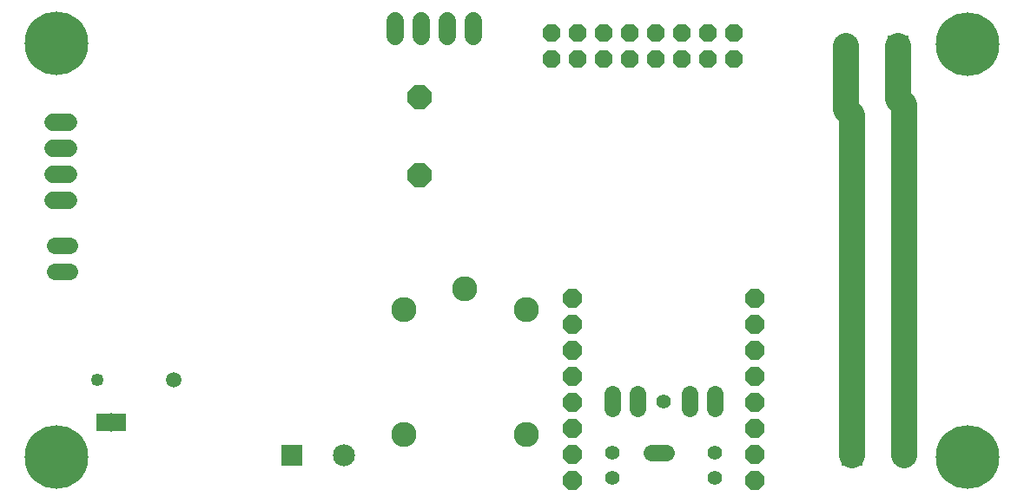
<source format=gbr>
G04 EAGLE Gerber RS-274X export*
G75*
%MOMM*%
%FSLAX34Y34*%
%LPD*%
%INSoldermask Bottom*%
%IPPOS*%
%AMOC8*
5,1,8,0,0,1.08239X$1,22.5*%
G01*
%ADD10C,2.540000*%
%ADD11P,2.556822X8X112.500000*%
%ADD12C,2.453200*%
%ADD13C,1.625600*%
%ADD14C,1.403200*%
%ADD15R,2.153200X2.153200*%
%ADD16C,2.153200*%
%ADD17C,1.503200*%
%ADD18C,1.253200*%
%ADD19P,1.852186X8X22.500000*%
%ADD20P,2.034460X8X22.500000*%
%ADD21C,1.727200*%
%ADD22C,6.203200*%
%ADD23R,1.371600X1.803400*%
%ADD24R,0.152400X1.828800*%


D10*
X866648Y41402D02*
X866648Y383794D01*
X815848Y373380D02*
X815848Y41402D01*
X810260Y378968D02*
X810260Y441452D01*
X861060Y441452D02*
X861060Y389382D01*
X866648Y383794D01*
X815848Y373380D02*
X810260Y378968D01*
D11*
X393954Y314960D03*
X393954Y391160D03*
D12*
X438714Y203862D03*
X378714Y183862D03*
X378714Y61862D03*
X498714Y61862D03*
X498714Y183862D03*
D13*
X607206Y101374D02*
X607206Y87150D01*
X582206Y87150D02*
X582206Y101374D01*
X657206Y101374D02*
X657206Y87150D01*
X682206Y87150D02*
X682206Y101374D01*
X634318Y44262D02*
X620094Y44262D01*
D14*
X582206Y19262D03*
X582206Y44262D03*
X632206Y94262D03*
X682206Y19262D03*
X682206Y44262D03*
D15*
X270002Y41148D03*
D16*
X320802Y41148D03*
D17*
X154344Y115316D03*
D18*
X79844Y115316D03*
D19*
X522732Y428498D03*
X522732Y453898D03*
X548132Y428498D03*
X548132Y453898D03*
X573532Y428498D03*
X573532Y453898D03*
X598932Y428498D03*
X598932Y453898D03*
X624332Y428498D03*
X624332Y453898D03*
X649732Y428498D03*
X649732Y453898D03*
X675132Y428498D03*
X675132Y453898D03*
X700532Y428498D03*
X700532Y453898D03*
D20*
X543052Y118364D03*
X543052Y92964D03*
X720852Y118364D03*
X720852Y92964D03*
X543052Y67564D03*
X543052Y143764D03*
X720852Y143764D03*
X720852Y67564D03*
X543052Y169164D03*
X720852Y169164D03*
X543052Y42164D03*
X720852Y42164D03*
X543052Y194564D03*
X720852Y194564D03*
X543052Y16764D03*
X720852Y16764D03*
D13*
X53086Y220726D02*
X38862Y220726D01*
X38862Y246126D02*
X53086Y246126D01*
D21*
X51816Y366776D02*
X36576Y366776D01*
X36576Y341376D02*
X51816Y341376D01*
X51816Y315976D02*
X36576Y315976D01*
X36576Y290576D02*
X51816Y290576D01*
D15*
X815848Y41402D03*
D16*
X866648Y41402D03*
D22*
X40132Y443230D03*
X928370Y442722D03*
X40386Y39370D03*
X928878Y39878D03*
D15*
X861060Y441452D03*
D16*
X810260Y441452D03*
D23*
X101092Y73660D03*
X85852Y73660D03*
D24*
X93472Y73660D03*
D21*
X447040Y450088D02*
X447040Y465328D01*
X421640Y465328D02*
X421640Y450088D01*
X396240Y450088D02*
X396240Y465328D01*
X370840Y465328D02*
X370840Y450088D01*
M02*

</source>
